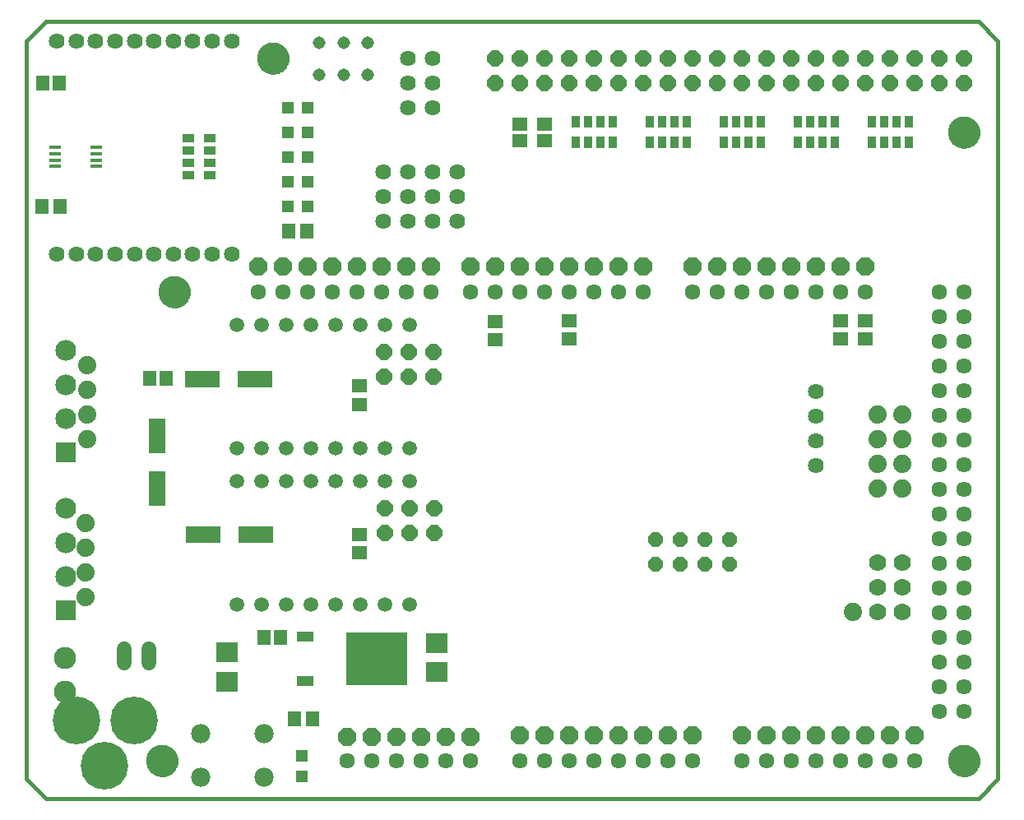
<source format=gts>
G75*
G70*
%OFA0B0*%
%FSLAX24Y24*%
%IPPOS*%
%LPD*%
%AMOC8*
5,1,8,0,0,1.08239X$1,22.5*
%
%ADD10C,0.0160*%
%ADD11C,0.0000*%
%ADD12C,0.1300*%
%ADD13C,0.0640*%
%ADD14C,0.0634*%
%ADD15R,0.0512X0.0512*%
%ADD16R,0.0670X0.1418*%
%ADD17OC8,0.0640*%
%ADD18R,0.0631X0.0552*%
%ADD19C,0.0740*%
%ADD20OC8,0.0600*%
%ADD21C,0.0594*%
%ADD22R,0.0552X0.0631*%
%ADD23R,0.1418X0.0670*%
%ADD24R,0.0906X0.0827*%
%ADD25C,0.1930*%
%ADD26C,0.0600*%
%ADD27R,0.0512X0.0158*%
%ADD28R,0.0840X0.0840*%
%ADD29C,0.0840*%
%ADD30C,0.0900*%
%ADD31C,0.0780*%
%ADD32R,0.2481X0.2166*%
%ADD33R,0.0670X0.0434*%
%ADD34R,0.0335X0.0473*%
%ADD35R,0.0473X0.0335*%
%ADD36C,0.0516*%
%ADD37OC8,0.0740*%
%ADD38C,0.0700*%
D10*
X002702Y003185D02*
X040498Y003185D01*
X041285Y003972D01*
X041285Y033894D01*
X040498Y034681D01*
X002702Y034681D01*
X001915Y033894D01*
X001915Y003972D01*
X002702Y003185D01*
D11*
X006785Y004716D02*
X006787Y004766D01*
X006793Y004816D01*
X006803Y004865D01*
X006817Y004913D01*
X006834Y004960D01*
X006855Y005005D01*
X006880Y005049D01*
X006908Y005090D01*
X006940Y005129D01*
X006974Y005166D01*
X007011Y005200D01*
X007051Y005230D01*
X007093Y005257D01*
X007137Y005281D01*
X007183Y005302D01*
X007230Y005318D01*
X007278Y005331D01*
X007328Y005340D01*
X007377Y005345D01*
X007428Y005346D01*
X007478Y005343D01*
X007527Y005336D01*
X007576Y005325D01*
X007624Y005310D01*
X007670Y005292D01*
X007715Y005270D01*
X007758Y005244D01*
X007799Y005215D01*
X007838Y005183D01*
X007874Y005148D01*
X007906Y005110D01*
X007936Y005070D01*
X007963Y005027D01*
X007986Y004983D01*
X008005Y004937D01*
X008021Y004889D01*
X008033Y004840D01*
X008041Y004791D01*
X008045Y004741D01*
X008045Y004691D01*
X008041Y004641D01*
X008033Y004592D01*
X008021Y004543D01*
X008005Y004495D01*
X007986Y004449D01*
X007963Y004405D01*
X007936Y004362D01*
X007906Y004322D01*
X007874Y004284D01*
X007838Y004249D01*
X007799Y004217D01*
X007758Y004188D01*
X007715Y004162D01*
X007670Y004140D01*
X007624Y004122D01*
X007576Y004107D01*
X007527Y004096D01*
X007478Y004089D01*
X007428Y004086D01*
X007377Y004087D01*
X007328Y004092D01*
X007278Y004101D01*
X007230Y004114D01*
X007183Y004130D01*
X007137Y004151D01*
X007093Y004175D01*
X007051Y004202D01*
X007011Y004232D01*
X006974Y004266D01*
X006940Y004303D01*
X006908Y004342D01*
X006880Y004383D01*
X006855Y004427D01*
X006834Y004472D01*
X006817Y004519D01*
X006803Y004567D01*
X006793Y004616D01*
X006787Y004666D01*
X006785Y004716D01*
X007285Y023716D02*
X007287Y023766D01*
X007293Y023816D01*
X007303Y023865D01*
X007317Y023913D01*
X007334Y023960D01*
X007355Y024005D01*
X007380Y024049D01*
X007408Y024090D01*
X007440Y024129D01*
X007474Y024166D01*
X007511Y024200D01*
X007551Y024230D01*
X007593Y024257D01*
X007637Y024281D01*
X007683Y024302D01*
X007730Y024318D01*
X007778Y024331D01*
X007828Y024340D01*
X007877Y024345D01*
X007928Y024346D01*
X007978Y024343D01*
X008027Y024336D01*
X008076Y024325D01*
X008124Y024310D01*
X008170Y024292D01*
X008215Y024270D01*
X008258Y024244D01*
X008299Y024215D01*
X008338Y024183D01*
X008374Y024148D01*
X008406Y024110D01*
X008436Y024070D01*
X008463Y024027D01*
X008486Y023983D01*
X008505Y023937D01*
X008521Y023889D01*
X008533Y023840D01*
X008541Y023791D01*
X008545Y023741D01*
X008545Y023691D01*
X008541Y023641D01*
X008533Y023592D01*
X008521Y023543D01*
X008505Y023495D01*
X008486Y023449D01*
X008463Y023405D01*
X008436Y023362D01*
X008406Y023322D01*
X008374Y023284D01*
X008338Y023249D01*
X008299Y023217D01*
X008258Y023188D01*
X008215Y023162D01*
X008170Y023140D01*
X008124Y023122D01*
X008076Y023107D01*
X008027Y023096D01*
X007978Y023089D01*
X007928Y023086D01*
X007877Y023087D01*
X007828Y023092D01*
X007778Y023101D01*
X007730Y023114D01*
X007683Y023130D01*
X007637Y023151D01*
X007593Y023175D01*
X007551Y023202D01*
X007511Y023232D01*
X007474Y023266D01*
X007440Y023303D01*
X007408Y023342D01*
X007380Y023383D01*
X007355Y023427D01*
X007334Y023472D01*
X007317Y023519D01*
X007303Y023567D01*
X007293Y023616D01*
X007287Y023666D01*
X007285Y023716D01*
X011285Y033185D02*
X011287Y033235D01*
X011293Y033285D01*
X011303Y033334D01*
X011317Y033382D01*
X011334Y033429D01*
X011355Y033474D01*
X011380Y033518D01*
X011408Y033559D01*
X011440Y033598D01*
X011474Y033635D01*
X011511Y033669D01*
X011551Y033699D01*
X011593Y033726D01*
X011637Y033750D01*
X011683Y033771D01*
X011730Y033787D01*
X011778Y033800D01*
X011828Y033809D01*
X011877Y033814D01*
X011928Y033815D01*
X011978Y033812D01*
X012027Y033805D01*
X012076Y033794D01*
X012124Y033779D01*
X012170Y033761D01*
X012215Y033739D01*
X012258Y033713D01*
X012299Y033684D01*
X012338Y033652D01*
X012374Y033617D01*
X012406Y033579D01*
X012436Y033539D01*
X012463Y033496D01*
X012486Y033452D01*
X012505Y033406D01*
X012521Y033358D01*
X012533Y033309D01*
X012541Y033260D01*
X012545Y033210D01*
X012545Y033160D01*
X012541Y033110D01*
X012533Y033061D01*
X012521Y033012D01*
X012505Y032964D01*
X012486Y032918D01*
X012463Y032874D01*
X012436Y032831D01*
X012406Y032791D01*
X012374Y032753D01*
X012338Y032718D01*
X012299Y032686D01*
X012258Y032657D01*
X012215Y032631D01*
X012170Y032609D01*
X012124Y032591D01*
X012076Y032576D01*
X012027Y032565D01*
X011978Y032558D01*
X011928Y032555D01*
X011877Y032556D01*
X011828Y032561D01*
X011778Y032570D01*
X011730Y032583D01*
X011683Y032599D01*
X011637Y032620D01*
X011593Y032644D01*
X011551Y032671D01*
X011511Y032701D01*
X011474Y032735D01*
X011440Y032772D01*
X011408Y032811D01*
X011380Y032852D01*
X011355Y032896D01*
X011334Y032941D01*
X011317Y032988D01*
X011303Y033036D01*
X011293Y033085D01*
X011287Y033135D01*
X011285Y033185D01*
X039285Y030185D02*
X039287Y030235D01*
X039293Y030285D01*
X039303Y030334D01*
X039317Y030382D01*
X039334Y030429D01*
X039355Y030474D01*
X039380Y030518D01*
X039408Y030559D01*
X039440Y030598D01*
X039474Y030635D01*
X039511Y030669D01*
X039551Y030699D01*
X039593Y030726D01*
X039637Y030750D01*
X039683Y030771D01*
X039730Y030787D01*
X039778Y030800D01*
X039828Y030809D01*
X039877Y030814D01*
X039928Y030815D01*
X039978Y030812D01*
X040027Y030805D01*
X040076Y030794D01*
X040124Y030779D01*
X040170Y030761D01*
X040215Y030739D01*
X040258Y030713D01*
X040299Y030684D01*
X040338Y030652D01*
X040374Y030617D01*
X040406Y030579D01*
X040436Y030539D01*
X040463Y030496D01*
X040486Y030452D01*
X040505Y030406D01*
X040521Y030358D01*
X040533Y030309D01*
X040541Y030260D01*
X040545Y030210D01*
X040545Y030160D01*
X040541Y030110D01*
X040533Y030061D01*
X040521Y030012D01*
X040505Y029964D01*
X040486Y029918D01*
X040463Y029874D01*
X040436Y029831D01*
X040406Y029791D01*
X040374Y029753D01*
X040338Y029718D01*
X040299Y029686D01*
X040258Y029657D01*
X040215Y029631D01*
X040170Y029609D01*
X040124Y029591D01*
X040076Y029576D01*
X040027Y029565D01*
X039978Y029558D01*
X039928Y029555D01*
X039877Y029556D01*
X039828Y029561D01*
X039778Y029570D01*
X039730Y029583D01*
X039683Y029599D01*
X039637Y029620D01*
X039593Y029644D01*
X039551Y029671D01*
X039511Y029701D01*
X039474Y029735D01*
X039440Y029772D01*
X039408Y029811D01*
X039380Y029852D01*
X039355Y029896D01*
X039334Y029941D01*
X039317Y029988D01*
X039303Y030036D01*
X039293Y030085D01*
X039287Y030135D01*
X039285Y030185D01*
X039285Y004716D02*
X039287Y004766D01*
X039293Y004816D01*
X039303Y004865D01*
X039317Y004913D01*
X039334Y004960D01*
X039355Y005005D01*
X039380Y005049D01*
X039408Y005090D01*
X039440Y005129D01*
X039474Y005166D01*
X039511Y005200D01*
X039551Y005230D01*
X039593Y005257D01*
X039637Y005281D01*
X039683Y005302D01*
X039730Y005318D01*
X039778Y005331D01*
X039828Y005340D01*
X039877Y005345D01*
X039928Y005346D01*
X039978Y005343D01*
X040027Y005336D01*
X040076Y005325D01*
X040124Y005310D01*
X040170Y005292D01*
X040215Y005270D01*
X040258Y005244D01*
X040299Y005215D01*
X040338Y005183D01*
X040374Y005148D01*
X040406Y005110D01*
X040436Y005070D01*
X040463Y005027D01*
X040486Y004983D01*
X040505Y004937D01*
X040521Y004889D01*
X040533Y004840D01*
X040541Y004791D01*
X040545Y004741D01*
X040545Y004691D01*
X040541Y004641D01*
X040533Y004592D01*
X040521Y004543D01*
X040505Y004495D01*
X040486Y004449D01*
X040463Y004405D01*
X040436Y004362D01*
X040406Y004322D01*
X040374Y004284D01*
X040338Y004249D01*
X040299Y004217D01*
X040258Y004188D01*
X040215Y004162D01*
X040170Y004140D01*
X040124Y004122D01*
X040076Y004107D01*
X040027Y004096D01*
X039978Y004089D01*
X039928Y004086D01*
X039877Y004087D01*
X039828Y004092D01*
X039778Y004101D01*
X039730Y004114D01*
X039683Y004130D01*
X039637Y004151D01*
X039593Y004175D01*
X039551Y004202D01*
X039511Y004232D01*
X039474Y004266D01*
X039440Y004303D01*
X039408Y004342D01*
X039380Y004383D01*
X039355Y004427D01*
X039334Y004472D01*
X039317Y004519D01*
X039303Y004567D01*
X039293Y004616D01*
X039287Y004666D01*
X039285Y004716D01*
D12*
X039915Y004716D03*
X039915Y030185D03*
X011915Y033185D03*
X007915Y023716D03*
X007415Y004716D03*
D13*
X007084Y025232D03*
X006297Y025232D03*
X005509Y025232D03*
X004722Y025232D03*
X003935Y025232D03*
X003147Y025232D03*
X007872Y025232D03*
X008659Y025232D03*
X009446Y025232D03*
X010234Y025232D03*
X016365Y026585D03*
X016365Y027585D03*
X016365Y028585D03*
X017365Y028585D03*
X018365Y028585D03*
X019365Y028585D03*
X019365Y027585D03*
X018365Y027585D03*
X017365Y027585D03*
X017365Y026585D03*
X018365Y026585D03*
X019365Y026585D03*
X018381Y031182D03*
X018381Y032182D03*
X017381Y032182D03*
X017381Y031182D03*
X017381Y033182D03*
X018381Y033182D03*
X010234Y033894D03*
X009446Y033894D03*
X008659Y033894D03*
X007872Y033894D03*
X007084Y033894D03*
X006297Y033894D03*
X005509Y033894D03*
X004722Y033894D03*
X003935Y033894D03*
X003147Y033894D03*
X033915Y019685D03*
X033915Y018685D03*
X033915Y017685D03*
X033915Y016685D03*
D14*
X038915Y016716D03*
X039915Y016716D03*
X039915Y015716D03*
X038915Y015716D03*
X038915Y014716D03*
X039915Y014716D03*
X039915Y013716D03*
X038915Y013716D03*
X038915Y012716D03*
X038915Y011716D03*
X039915Y011716D03*
X039915Y012716D03*
X039915Y010716D03*
X038915Y010716D03*
X038915Y009716D03*
X039915Y009716D03*
X039915Y008716D03*
X038915Y008716D03*
X038915Y007716D03*
X039915Y007716D03*
X039915Y006716D03*
X038915Y006716D03*
X037915Y004716D03*
X036915Y004716D03*
X035915Y004716D03*
X034915Y004716D03*
X033915Y004716D03*
X032915Y004716D03*
X031915Y004716D03*
X030915Y004716D03*
X028915Y004716D03*
X027915Y004716D03*
X026915Y004716D03*
X025915Y004716D03*
X024915Y004716D03*
X023915Y004716D03*
X022915Y004716D03*
X021915Y004716D03*
X019915Y004716D03*
X018915Y004716D03*
X017915Y004716D03*
X016915Y004716D03*
X015915Y004716D03*
X014915Y004716D03*
X015315Y023716D03*
X016315Y023716D03*
X017315Y023716D03*
X018315Y023716D03*
X019915Y023716D03*
X020915Y023716D03*
X021915Y023716D03*
X022915Y023716D03*
X023915Y023716D03*
X024915Y023716D03*
X025915Y023716D03*
X026915Y023716D03*
X028915Y023716D03*
X029915Y023716D03*
X030915Y023716D03*
X031915Y023716D03*
X032915Y023716D03*
X033915Y023716D03*
X034915Y023716D03*
X035915Y023716D03*
X038915Y023716D03*
X039915Y023716D03*
X039915Y022716D03*
X038915Y022716D03*
X038915Y021716D03*
X039915Y021716D03*
X039915Y020716D03*
X038915Y020716D03*
X038915Y019716D03*
X039915Y019716D03*
X039915Y018716D03*
X039915Y017716D03*
X038915Y017716D03*
X038915Y018716D03*
X014315Y023716D03*
X013315Y023716D03*
X012315Y023716D03*
X011315Y023716D03*
D15*
X012502Y027185D03*
X013328Y027185D03*
X013328Y028185D03*
X012502Y028185D03*
X012502Y029185D03*
X013328Y029185D03*
X013328Y030185D03*
X012502Y030185D03*
X012502Y031185D03*
X013328Y031185D03*
X013074Y004919D03*
X013074Y004092D03*
D16*
X007206Y015760D03*
X007206Y017886D03*
D17*
X016411Y020275D03*
X017411Y020275D03*
X018411Y020275D03*
X018411Y021275D03*
X017411Y021275D03*
X016411Y021275D03*
X016431Y014957D03*
X017431Y014957D03*
X018431Y014957D03*
X018431Y013957D03*
X017431Y013957D03*
X016431Y013957D03*
X020915Y032185D03*
X020915Y033185D03*
X021915Y033185D03*
X022915Y033185D03*
X023915Y033185D03*
X023915Y032185D03*
X022915Y032185D03*
X021915Y032185D03*
X024915Y032185D03*
X024915Y033185D03*
X025915Y033185D03*
X026915Y033185D03*
X026915Y032185D03*
X025915Y032185D03*
X027915Y032185D03*
X027915Y033185D03*
X028915Y033185D03*
X028915Y032185D03*
X029915Y032185D03*
X029915Y033185D03*
X030915Y033185D03*
X031915Y033185D03*
X031915Y032185D03*
X030915Y032185D03*
X032915Y032185D03*
X032915Y033185D03*
X033915Y033185D03*
X034915Y033185D03*
X034915Y032185D03*
X033915Y032185D03*
X035915Y032185D03*
X035915Y033185D03*
X036915Y033185D03*
X036915Y032185D03*
X037915Y032185D03*
X037915Y033185D03*
X038915Y033185D03*
X039915Y033185D03*
X039915Y032185D03*
X038915Y032185D03*
D18*
X035915Y022559D03*
X035915Y021811D03*
X034915Y021811D03*
X034915Y022559D03*
X023915Y022559D03*
X023915Y021811D03*
X020907Y021779D03*
X020907Y022527D03*
X015415Y019909D03*
X015415Y019161D03*
X015428Y013886D03*
X015428Y013138D03*
X021915Y029850D03*
X021915Y030520D03*
X022915Y030520D03*
X022915Y029850D03*
D19*
X036415Y018735D03*
X037415Y018735D03*
X037415Y017735D03*
X036415Y017735D03*
X036415Y016735D03*
X037415Y016735D03*
X037415Y015735D03*
X036415Y015735D03*
X035415Y010735D03*
X004315Y011354D03*
X004315Y012354D03*
X004315Y013354D03*
X004315Y014354D03*
X004365Y017751D03*
X004365Y018751D03*
X004365Y019751D03*
X004365Y020751D03*
D20*
X027415Y013685D03*
X028415Y013685D03*
X029415Y013685D03*
X030415Y013685D03*
X030415Y012685D03*
X029415Y012685D03*
X028415Y012685D03*
X027415Y012685D03*
D21*
X017462Y011063D03*
X016462Y011063D03*
X015462Y011063D03*
X014462Y011063D03*
X013462Y011063D03*
X012462Y011063D03*
X011462Y011063D03*
X010462Y011063D03*
X010462Y016063D03*
X011462Y016063D03*
X012462Y016063D03*
X013462Y016063D03*
X014462Y016063D03*
X015462Y016063D03*
X016462Y016063D03*
X017462Y016063D03*
X017443Y017382D03*
X016443Y017382D03*
X015443Y017382D03*
X014443Y017382D03*
X013443Y017382D03*
X012443Y017382D03*
X011443Y017382D03*
X010443Y017382D03*
X010443Y022382D03*
X011443Y022382D03*
X012443Y022382D03*
X013443Y022382D03*
X014443Y022382D03*
X015443Y022382D03*
X016443Y022382D03*
X017443Y022382D03*
D22*
X013289Y026185D03*
X012541Y026185D03*
X007594Y020229D03*
X006925Y020229D03*
X003289Y027185D03*
X002541Y027185D03*
X002580Y032185D03*
X003250Y032185D03*
X011544Y009728D03*
X012214Y009728D03*
X012774Y006416D03*
X013522Y006416D03*
D23*
X011200Y013866D03*
X009074Y013866D03*
X009052Y020182D03*
X011178Y020182D03*
D24*
X018540Y009488D03*
X018540Y008307D03*
X010052Y007921D03*
X010052Y009102D03*
D25*
X006269Y006362D03*
X005088Y004512D03*
X003946Y006362D03*
D26*
X005886Y008695D02*
X005886Y009255D01*
X006886Y009255D02*
X006886Y008695D01*
D27*
X004746Y028801D03*
X004746Y029057D03*
X004746Y029313D03*
X004746Y029569D03*
X003083Y029569D03*
X003083Y029313D03*
X003083Y029057D03*
X003083Y028801D03*
D28*
X003515Y017201D03*
X003515Y010807D03*
D29*
X003515Y012185D03*
X003515Y013563D03*
X003515Y014941D03*
X003515Y018579D03*
X003515Y019957D03*
X003515Y021334D03*
D30*
X003484Y008893D03*
X003484Y007515D03*
D31*
X008985Y005825D03*
X008985Y004045D03*
X011545Y004045D03*
X011545Y005825D03*
D32*
X016099Y008835D03*
D33*
X013225Y009733D03*
X013225Y007937D03*
D34*
X024165Y029764D03*
X024665Y029764D03*
X025165Y029764D03*
X025665Y029764D03*
X025665Y030606D03*
X025165Y030606D03*
X024665Y030606D03*
X024165Y030606D03*
X027165Y030606D03*
X027665Y030606D03*
X028165Y030606D03*
X028665Y030606D03*
X028665Y029764D03*
X028165Y029764D03*
X027665Y029764D03*
X027165Y029764D03*
X030165Y029764D03*
X030665Y029764D03*
X031165Y029764D03*
X031665Y029764D03*
X031665Y030606D03*
X031165Y030606D03*
X030665Y030606D03*
X030165Y030606D03*
X033165Y030606D03*
X033665Y030606D03*
X034165Y030606D03*
X034665Y030606D03*
X034665Y029764D03*
X034165Y029764D03*
X033665Y029764D03*
X033165Y029764D03*
X036165Y029764D03*
X036665Y029764D03*
X037165Y029764D03*
X037665Y029764D03*
X037665Y030606D03*
X037165Y030606D03*
X036665Y030606D03*
X036165Y030606D03*
D35*
X009336Y029935D03*
X009336Y029435D03*
X009336Y028935D03*
X009336Y028435D03*
X008494Y028435D03*
X008494Y028935D03*
X008494Y029435D03*
X008494Y029935D03*
D36*
X013781Y032505D03*
X014765Y032505D03*
X015749Y032505D03*
X015749Y033804D03*
X014765Y033804D03*
X013781Y033804D03*
D37*
X013315Y024735D03*
X012315Y024735D03*
X011315Y024735D03*
X014315Y024735D03*
X015315Y024735D03*
X016315Y024735D03*
X017315Y024735D03*
X018315Y024735D03*
X019915Y024735D03*
X020915Y024735D03*
X021915Y024735D03*
X022915Y024735D03*
X023915Y024735D03*
X024915Y024735D03*
X025915Y024735D03*
X026915Y024735D03*
X028915Y024735D03*
X029915Y024735D03*
X030915Y024735D03*
X031915Y024735D03*
X032915Y024735D03*
X033915Y024735D03*
X034915Y024735D03*
X035915Y024735D03*
X035915Y005735D03*
X036915Y005735D03*
X037915Y005735D03*
X034915Y005735D03*
X033915Y005735D03*
X032915Y005735D03*
X031915Y005735D03*
X030915Y005735D03*
X028915Y005735D03*
X027915Y005735D03*
X026915Y005735D03*
X025915Y005735D03*
X024915Y005735D03*
X023915Y005735D03*
X022915Y005735D03*
X021915Y005735D03*
X019915Y005685D03*
X018915Y005685D03*
X017915Y005685D03*
X016915Y005685D03*
X015915Y005685D03*
X014915Y005685D03*
D38*
X036415Y010735D03*
X037415Y010735D03*
X037415Y011735D03*
X036415Y011735D03*
X036415Y012735D03*
X037415Y012735D03*
M02*

</source>
